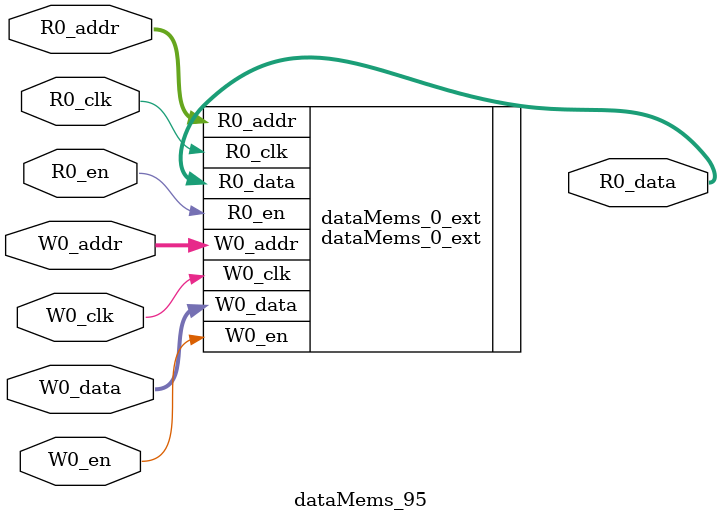
<source format=sv>
`ifndef RANDOMIZE
  `ifdef RANDOMIZE_REG_INIT
    `define RANDOMIZE
  `endif // RANDOMIZE_REG_INIT
`endif // not def RANDOMIZE
`ifndef RANDOMIZE
  `ifdef RANDOMIZE_MEM_INIT
    `define RANDOMIZE
  `endif // RANDOMIZE_MEM_INIT
`endif // not def RANDOMIZE

`ifndef RANDOM
  `define RANDOM $random
`endif // not def RANDOM

// Users can define 'PRINTF_COND' to add an extra gate to prints.
`ifndef PRINTF_COND_
  `ifdef PRINTF_COND
    `define PRINTF_COND_ (`PRINTF_COND)
  `else  // PRINTF_COND
    `define PRINTF_COND_ 1
  `endif // PRINTF_COND
`endif // not def PRINTF_COND_

// Users can define 'ASSERT_VERBOSE_COND' to add an extra gate to assert error printing.
`ifndef ASSERT_VERBOSE_COND_
  `ifdef ASSERT_VERBOSE_COND
    `define ASSERT_VERBOSE_COND_ (`ASSERT_VERBOSE_COND)
  `else  // ASSERT_VERBOSE_COND
    `define ASSERT_VERBOSE_COND_ 1
  `endif // ASSERT_VERBOSE_COND
`endif // not def ASSERT_VERBOSE_COND_

// Users can define 'STOP_COND' to add an extra gate to stop conditions.
`ifndef STOP_COND_
  `ifdef STOP_COND
    `define STOP_COND_ (`STOP_COND)
  `else  // STOP_COND
    `define STOP_COND_ 1
  `endif // STOP_COND
`endif // not def STOP_COND_

// Users can define INIT_RANDOM as general code that gets injected into the
// initializer block for modules with registers.
`ifndef INIT_RANDOM
  `define INIT_RANDOM
`endif // not def INIT_RANDOM

// If using random initialization, you can also define RANDOMIZE_DELAY to
// customize the delay used, otherwise 0.002 is used.
`ifndef RANDOMIZE_DELAY
  `define RANDOMIZE_DELAY 0.002
`endif // not def RANDOMIZE_DELAY

// Define INIT_RANDOM_PROLOG_ for use in our modules below.
`ifndef INIT_RANDOM_PROLOG_
  `ifdef RANDOMIZE
    `ifdef VERILATOR
      `define INIT_RANDOM_PROLOG_ `INIT_RANDOM
    `else  // VERILATOR
      `define INIT_RANDOM_PROLOG_ `INIT_RANDOM #`RANDOMIZE_DELAY begin end
    `endif // VERILATOR
  `else  // RANDOMIZE
    `define INIT_RANDOM_PROLOG_
  `endif // RANDOMIZE
`endif // not def INIT_RANDOM_PROLOG_

// Include register initializers in init blocks unless synthesis is set
`ifndef SYNTHESIS
  `ifndef ENABLE_INITIAL_REG_
    `define ENABLE_INITIAL_REG_
  `endif // not def ENABLE_INITIAL_REG_
`endif // not def SYNTHESIS

// Include rmemory initializers in init blocks unless synthesis is set
`ifndef SYNTHESIS
  `ifndef ENABLE_INITIAL_MEM_
    `define ENABLE_INITIAL_MEM_
  `endif // not def ENABLE_INITIAL_MEM_
`endif // not def SYNTHESIS

module dataMems_95(	// @[generators/ara/src/main/scala/UnsafeAXI4ToTL.scala:365:62]
  input  [4:0]   R0_addr,
  input          R0_en,
  input          R0_clk,
  output [130:0] R0_data,
  input  [4:0]   W0_addr,
  input          W0_en,
  input          W0_clk,
  input  [130:0] W0_data
);

  dataMems_0_ext dataMems_0_ext (	// @[generators/ara/src/main/scala/UnsafeAXI4ToTL.scala:365:62]
    .R0_addr (R0_addr),
    .R0_en   (R0_en),
    .R0_clk  (R0_clk),
    .R0_data (R0_data),
    .W0_addr (W0_addr),
    .W0_en   (W0_en),
    .W0_clk  (W0_clk),
    .W0_data (W0_data)
  );
endmodule


</source>
